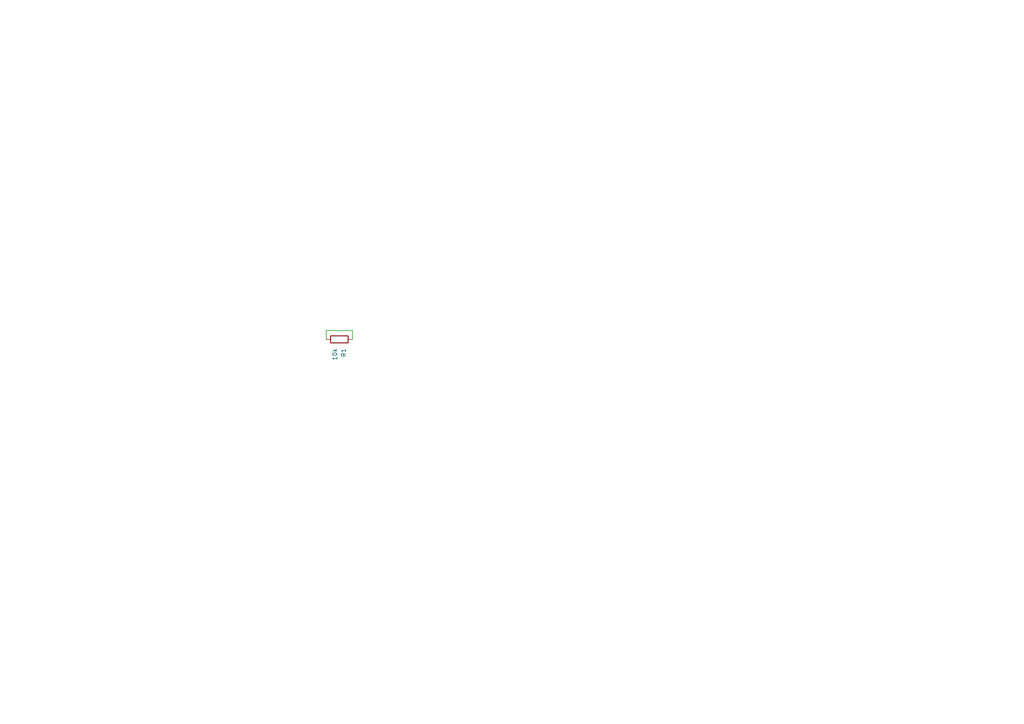
<source format=kicad_sch>
(kicad_sch (version 20250114) (generator "eeschema") (generator_version "9.0")
  (paper "A4")
  (title_block (title "Rotated Resistor 0deg"))
  (lib_symbols
    (symbol "Device:R" (pin_numbers (hide yes)) (pin_names (offset 0))
      (property "Reference" "R" (at 2.032 0 90))
      (property "Value" "R" (at 0 0 90))
      (symbol "R_0_1"
        (rectangle (start -1.016 -2.54) (end 1.016 2.54) (stroke (width 0.254)))
      )
      (symbol "R_1_1"
        (pin passive line (at 0 3.81 270) (length 1.27) (name "~") (number "1"))
        (pin passive line (at 0 -3.81 90) (length 1.27) (name "~") (number "2"))
      )
    )
  )
  (wire (pts (xy 102.235 98.425) (xy 102.235 95.885)))
  (wire (pts (xy 94.615 95.885) (xy 94.615 98.425)))
  (wire (pts (xy 102.235 95.885) (xy 94.615 95.885)))
  (symbol (lib_id "Device:R") (at 98.425 98.425 270) (unit 1)
    (property "Reference" "R1" (at 99.6951 100.965 0) (effects (justify left)))
    (property "Value" "10k" (at 97.1551 100.965 0) (effects (justify left)))
    (property "Description" "Resistor" (effects (hide yes)))
  )
)
</source>
